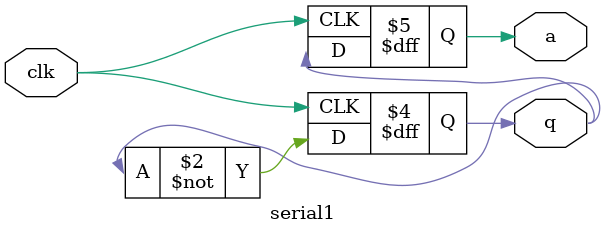
<source format=v>
module serial1(q,a,clk);
output q,a;
input clk;
reg q,a;

always @(posedge clk)
begin
q=~q;
a=~q;
end
endmodule

</source>
